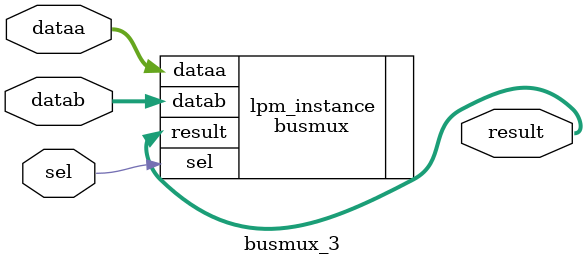
<source format=v>



module busmux_3(sel,dataa,datab,result);
input sel;
input [31:0] dataa;
input [31:0] datab;
output [31:0] result;

busmux	lpm_instance(.sel(sel),.dataa(dataa),.datab(datab),.result(result));
	defparam	lpm_instance.width = 32;

endmodule

</source>
